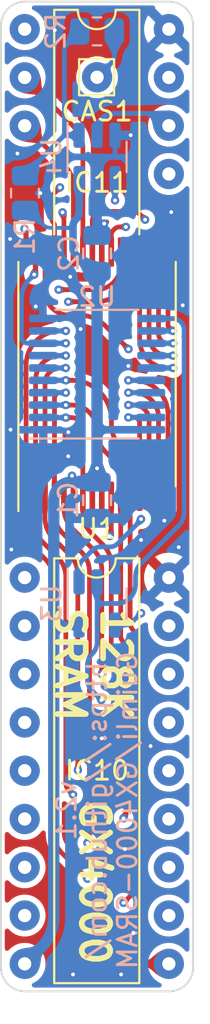
<source format=kicad_pcb>
(kicad_pcb (version 20221018) (generator pcbnew)
  (layers (0 "F.Cu" signal) (1 "In1.Cu" signal) (2 "In2.Cu" signal) (31 "B.Cu" signal) (34 "B.Paste" user) (35 "F.Paste" user) (36 "B.SilkS" user "B.Silkscreen") (37 "F.SilkS" user "F.Silkscreen") (38 "B.Mask" user) (39 "F.Mask" user) (44 "Edge.Cuts" user))
  (net 0 "")
  (net 1 "VCC")
  (net 2 "GND")
  (net 3 "/~{OE}")
  (net 4 "/D0")
  (net 5 "/D1")
  (net 6 "/~{RAS}")
  (net 7 "/MA5")
  (net 8 "/MA3")
  (net 9 "/MA2")
  (net 10 "/MA1")
  (net 11 "/MA0")
  (net 12 "/D2")
  (net 13 "/D3")
  (net 14 "/D4")
  (net 15 "/D5")
  (net 16 "/~{WE}")
  (net 17 "/MA6")
  (net 18 "/MA4")
  (net 19 "/MA7")
  (net 20 "/D6")
  (net 21 "/D7")
  (net 22 "/A7")
  (net 23 "/A6")
  (net 24 "/A5")
  (net 25 "/A4")
  (net 26 "/A3")
  (net 27 "/A2")
  (net 28 "/A1")
  (net 29 "/A0")
  (net 31 "/~{CAS0}")
  (net 32 "Net-(U1-Pad30)")
  (net 33 "Net-(U3-Pad1)")
  (net 34 "/~{CAS1}")
  (net 35 "Net-(CAS1-Pad1)")
  (footprint "Package_SO:TSOP-I-32_11.8x8mm_P0.5mm" (layer "F.Cu") (at 105.88928 52.99816 90)
    (fp_text reference "U1" (at -8.128 0 180) (layer "F.SilkS"))
    (fp_text value "IS61C1024AL-12HLI")
    (fp_line (start 0 -4.16) (end -7.2 -4.16) (stroke (width 0.12)) (layer "F.SilkS"))
    (fp_line (start 0 -4.16) (end 5.9 -4.16) (stroke (width 0.12)) (layer "F.SilkS"))
    (fp_line (start 0 4.16) (end -5.9 4.16) (stroke (width 0.12)) (layer "F.SilkS"))
    (fp_line (start 0 4.16) (end 5.9 4.16) (stroke (width 0.12)) (layer "F.SilkS"))
    (pad "1" smd roundrect (at -6.425 -3.75 90) (size 1.55 0.3) (layers "F.Cu" "F.Paste" "F.Mask") (net 8 "/MA3"))
    (pad "2" smd roundrect (at -6.425 -3.25 90) (size 1.55 0.3) (layers "F.Cu" "F.Paste" "F.Mask") (net 10 "/MA1"))
    (pad "3" smd roundrect (at -6.425 -2.75 90) (size 1.55 0.3) (layers "F.Cu" "F.Paste" "F.Mask") (net 11 "/MA0"))
    (pad "4" smd roundrect (at -6.425 -2.25 90) (size 1.55 0.3) (layers "F.Cu" "F.Paste" "F.Mask") (net 7 "/MA5"))
    (pad "5" smd roundrect (at -6.425 -1.75 90) (size 1.55 0.3) (layers "F.Cu" "F.Paste" "F.Mask") (net 16 "/~{WE}"))
    (pad "6" smd roundrect (at -6.425 -1.25 90) (size 1.55 0.3) (layers "F.Cu" "F.Paste" "F.Mask") (net 1 "VCC"))
    (pad "7" smd roundrect (at -6.425 -0.75 90) (size 1.55 0.3) (layers "F.Cu" "F.Paste" "F.Mask") (net 19 "/MA7"))
    (pad "8" smd roundrect (at -6.425 -0.25 90) (size 1.55 0.3) (layers "F.Cu" "F.Paste" "F.Mask") (net 1 "VCC"))
    (pad "9" smd roundrect (at -6.425 0.25 90) (size 1.55 0.3) (layers "F.Cu" "F.Paste" "F.Mask"))
    (pad "10" smd roundrect (at -6.425 0.75 90) (size 1.55 0.3) (layers "F.Cu" "F.Paste" "F.Mask") (net 31 "/~{CAS0}"))
    (pad "11" smd roundrect (at -6.425 1.25 90) (size 1.55 0.3) (layers "F.Cu" "F.Paste" "F.Mask") (net 17 "/MA6"))
    (pad "12" smd roundrect (at -6.425 1.75 90) (size 1.55 0.3) (layers "F.Cu" "F.Paste" "F.Mask") (net 18 "/MA4"))
    (pad "13" smd roundrect (at -6.425 2.25 90) (size 1.55 0.3) (layers "F.Cu" "F.Paste" "F.Mask") (net 22 "/A7"))
    (pad "14" smd roundrect (at -6.425 2.75 90) (size 1.55 0.3) (layers "F.Cu" "F.Paste" "F.Mask") (net 23 "/A6"))
    (pad "15" smd roundrect (at -6.425 3.25 90) (size 1.55 0.3) (layers "F.Cu" "F.Paste" "F.Mask") (net 24 "/A5"))
    (pad "16" smd roundrect (at -6.425 3.75 90) (size 1.55 0.3) (layers "F.Cu" "F.Paste" "F.Mask") (net 25 "/A4"))
    (pad "17" smd roundrect (at 6.425 3.75 90) (size 1.55 0.3) (layers "F.Cu" "F.Paste" "F.Mask") (net 26 "/A3"))
    (pad "18" smd roundrect (at 6.425 3.25 90) (size 1.55 0.3) (layers "F.Cu" "F.Paste" "F.Mask") (net 27 "/A2"))
    (pad "19" smd roundrect (at 6.425 2.75 90) (size 1.55 0.3) (layers "F.Cu" "F.Paste" "F.Mask") (net 28 "/A1"))
    (pad "20" smd roundrect (at 6.425 2.25 90) (size 1.55 0.3) (layers "F.Cu" "F.Paste" "F.Mask") (net 29 "/A0"))
    (pad "21" smd roundrect (at 6.425 1.75 90) (size 1.55 0.3) (layers "F.Cu" "F.Paste" "F.Mask") (net 4 "/D0"))
    (pad "22" smd roundrect (at 6.425 1.25 90) (size 1.55 0.3) (layers "F.Cu" "F.Paste" "F.Mask") (net 5 "/D1"))
    (pad "23" smd roundrect (at 6.425 0.75 90) (size 1.55 0.3) (layers "F.Cu" "F.Paste" "F.Mask") (net 12 "/D2"))
    (pad "24" smd roundrect (at 6.425 0.25 90) (size 1.55 0.3) (layers "F.Cu" "F.Paste" "F.Mask") (net 2 "GND"))
    (pad "25" smd roundrect (at 6.425 -0.25 90) (size 1.55 0.3) (layers "F.Cu" "F.Paste" "F.Mask") (net 13 "/D3"))
    (pad "26" smd roundrect (at 6.425 -0.75 90) (size 1.55 0.3) (layers "F.Cu" "F.Paste" "F.Mask") (net 14 "/D4"))
    (pad "27" smd roundrect (at 6.425 -1.25 90) (size 1.55 0.3) (layers "F.Cu" "F.Paste" "F.Mask") (net 15 "/D5"))
    (pad "28" smd roundrect (at 6.425 -1.75 90) (size 1.55 0.3) (layers "F.Cu" "F.Paste" "F.Mask") (net 20 "/D6"))
    (pad "29" smd roundrect (at 6.425 -2.25 90) (size 1.55 0.3) (layers "F.Cu" "F.Paste" "F.Mask") (net 21 "/D7"))
    (pad "30" smd roundrect (at 6.425 -2.75 90) (size 1.55 0.3) (layers "F.Cu" "F.Paste" "F.Mask") (net 32 "Net-(U1-Pad30)"))
    (pad "31" smd roundrect (at 6.425 -3.25 90) (size 1.55 0.3) (layers "F.Cu" "F.Paste" "F.Mask") (net 9 "/MA2"))
    (pad "32" smd roundrect (at 6.425 -3.75 90) (size 1.55 0.3) (layers "F.Cu" "F.Paste" "F.Mask") (net 3 "/~{OE}"))
  )
  (footprint "Package_DIP:DIP-18_W7.62mm_LongPads" (layer "F.Cu") (at 102.06428 63.70156)
    (fp_text reference "IC10" (at 3.825 10.15) (layer "F.SilkS"))
    (fp_text value "TMS4464")
    (fp_line (start 1.56 -1.016) (end 1.56 21.336) (stroke (width 0.12)) (layer "F.SilkS"))
    (fp_line (start 1.56 21.336) (end 6.06 21.336) (stroke (width 0.12)) (layer "F.SilkS"))
    (fp_line (start 2.81 -1.016) (end 1.56 -1.016) (stroke (width 0.12)) (layer "F.SilkS"))
    (fp_line (start 6.06 -1.016) (end 4.81 -1.016) (stroke (width 0.12)) (layer "F.SilkS"))
    (fp_line (start 6.06 21.336) (end 6.06 -1.016) (stroke (width 0.12)) (layer "F.SilkS"))
    (fp_arc (start 4.81 -1) (mid 3.81 0) (end 2.81 -1) (stroke (width 0.12)) (layer "F.SilkS"))
    (pad "1" thru_hole circle (at 0 0) (size 1.6 1.6) (drill 0.7) (layers *.Cu *.Mask) (net 3 "/~{OE}"))
    (pad "2" thru_hole circle (at 0 2.54) (size 1.6 1.6) (drill 0.7) (layers *.Cu *.Mask) (net 4 "/D0"))
    (pad "3" thru_hole circle (at 0 5.08) (size 1.6 1.6) (drill 0.7) (layers *.Cu *.Mask) (net 5 "/D1"))
    (pad "4" thru_hole circle (at 0 7.62) (size 1.6 1.6) (drill 0.7) (layers *.Cu *.Mask) (net 16 "/~{WE}"))
    (pad "5" thru_hole circle (at 0 10.16) (size 1.6 1.6) (drill 0.7) (layers *.Cu *.Mask) (net 6 "/~{RAS}"))
    (pad "6" thru_hole circle (at 0 12.7) (size 1.6 1.6) (drill 0.7) (layers *.Cu *.Mask) (net 17 "/MA6"))
    (pad "7" thru_hole circle (at 0 15.24) (size 1.6 1.6) (drill 0.7) (layers *.Cu *.Mask) (net 7 "/MA5"))
    (pad "8" thru_hole circle (at 0 17.78) (size 1.6 1.6) (drill 0.7) (layers *.Cu *.Mask) (net 18 "/MA4"))
    (pad "9" thru_hole circle (at 0 20.32) (size 1.6 1.6) (drill 0.7) (layers *.Cu *.Mask) (net 1 "VCC"))
    (pad "10" thru_hole circle (at 7.62 20.32) (size 1.6 1.6) (drill 0.7) (layers *.Cu *.Mask) (net 19 "/MA7"))
    (pad "11" thru_hole circle (at 7.62 17.78) (size 1.6 1.6) (drill 0.7) (layers *.Cu *.Mask) (net 8 "/MA3"))
    (pad "12" thru_hole circle (at 7.62 15.24) (size 1.6 1.6) (drill 0.7) (layers *.Cu *.Mask) (net 9 "/MA2"))
    (pad "13" thru_hole circle (at 7.62 12.7) (size 1.6 1.6) (drill 0.7) (layers *.Cu *.Mask) (net 10 "/MA1"))
    (pad "14" thru_hole circle (at 7.62 10.16) (size 1.6 1.6) (drill 0.7) (layers *.Cu *.Mask) (net 11 "/MA0"))
    (pad "15" thru_hole circle (at 7.62 7.62) (size 1.6 1.6) (drill 0.7) (layers *.Cu *.Mask) (net 12 "/D2"))
    (pad "16" thru_hole circle (at 7.62 5.08) (size 1.6 1.6) (drill 0.7) (layers *.Cu *.Mask) (net 31 "/~{CAS0}"))
    (pad "17" thru_hole circle (at 7.62 2.54) (size 1.6 1.6) (drill 0.7) (layers *.Cu *.Mask) (net 13 "/D3"))
    (pad "18" thru_hole circle (at 7.62 0) (size 1.6 1.6) (drill 0.7) (layers *.Cu *.Mask) (net 2 "GND"))
  )
  (footprint "Connector_Pin:Pin_D0.7mm_L6.5mm_W1.8mm_FlatFork" (layer "F.Cu") (at 105.88928 37.37716)
    (fp_text reference "CAS1" (at 0 1.8) (layer "F.SilkS"))
    (fp_text value "Conn_01x01")
    (fp_line (start -0.95 -0.95) (end -0.95 0.95) (stroke (width 0.12)) (layer "F.SilkS"))
    (fp_line (start -0.95 0.95) (end 0.9 0.95) (stroke (width 0.12)) (layer "F.SilkS"))
    (fp_line (start 0.9 -0.95) (end -0.95 -0.95) (stroke (width 0.12)) (layer "F.SilkS"))
    (fp_line (start 0.9 -0.9) (end 0.9 -0.95) (stroke (width 0.12)) (layer "F.SilkS"))
    (fp_line (start 0.9 0.95) (end 0.9 -0.9) (stroke (width 0.12)) (layer "F.SilkS"))
    (pad "1" thru_hole circle (at 0 0) (size 1.6 1.6) (drill 0.7) (layers *.Cu *.Mask) (net 35 "Net-(CAS1-Pad1)"))
  )
  (footprint "Package_DIP:DIP-18_W7.62mm_LongPads" (layer "F.Cu") (at 102.06428 34.84716)
    (fp_text reference "IC11" (at 3.825 8.0772) (layer "F.SilkS"))
    (fp_text value "TMS4464")
    (fp_line (start 1.56 -1.016) (end 1.56 10.795) (stroke (width 0.12)) (layer "F.SilkS"))
    (fp_line (start 2.81 -1.016) (end 1.56 -1.016) (stroke (width 0.12)) (layer "F.SilkS"))
    (fp_line (start 6.06 -1.016) (end 4.81 -1.016) (stroke (width 0.12)) (layer "F.SilkS"))
    (fp_line (start 6.06 10.795) (end 6.06 -1.016) (stroke (width 0.12)) (layer "F.SilkS"))
    (fp_arc (start 4.81 -1) (mid 3.81 0) (end 2.81 -1) (stroke (width 0.12)) (layer "F.SilkS"))
    (pad "1" thru_hole circle (at 0 0) (size 1.6 1.6) (drill 0.7) (layers *.Cu *.Mask) (net 3 "/~{OE}"))
    (pad "2" thru_hole circle (at 0 2.54) (size 1.6 1.6) (drill 0.7) (layers *.Cu *.Mask) (net 14 "/D4"))
    (pad "3" thru_hole circle (at 0 5.08) (size 1.6 1.6) (drill 0.7) (layers *.Cu *.Mask) (net 15 "/D5"))
    (pad "15" thru_hole circle (at 7.62 7.62) (size 1.6 1.6) (drill 0.7) (layers *.Cu *.Mask) (net 20 "/D6"))
    (pad "16" thru_hole circle (at 7.62 5.08) (size 1.6 1.6) (drill 0.7) (layers *.Cu *.Mask) (net 31 "/~{CAS0}"))
    (pad "17" thru_hole circle (at 7.62 2.54) (size 1.6 1.6) (drill 0.7) (layers *.Cu *.Mask) (net 21 "/D7"))
    (pad "18" thru_hole circle (at 7.62 0) (size 1.6 1.6) (drill 0.7) (layers *.Cu *.Mask) (net 2 "GND"))
  )
  (footprint "Package_TO_SOT_SMD:SOT-23-5" (layer "B.Cu") (at 105.88928 41.56816 -90)
    (fp_text reference "U4" (at 0 2.4 90) (layer "B.SilkS") (effects (justify mirror)))
    (fp_text value "74LVC1G08")
    (fp_line (start 0 -1.56) (end -0.8 -1.56) (stroke (width 0.12)) (layer "B.SilkS"))
    (fp_line (start 0 -1.56) (end 0.8 -1.56) (stroke (width 0.12)) (layer "B.SilkS"))
    (fp_line (start 0 1.56) (end -1.8 1.56) (stroke (width 0.12)) (layer "B.SilkS"))
    (fp_line (start 0 1.56) (end 0.8 1.56) (stroke (width 0.12)) (layer "B.SilkS"))
    (pad "1" smd roundrect (at -1.1375 0.95 270) (size 1.325 0.6) (layers "B.Cu" "B.Paste" "B.Mask") (net 34 "/~{CAS1}"))
    (pad "2" smd roundrect (at -1.1375 0 270) (size 1.325 0.6) (layers "B.Cu" "B.Paste" "B.Mask") (net 31 "/~{CAS0}"))
    (pad "3" smd roundrect (at -1.1375 -0.95 270) (size 1.325 0.6) (layers "B.Cu" "B.Paste" "B.Mask") (net 2 "GND"))
    (pad "4" smd roundrect (at 1.1375 -0.95 270) (size 1.325 0.6) (layers "B.Cu" "B.Paste" "B.Mask") (net 33 "Net-(U3-Pad1)"))
    (pad "5" smd roundrect (at 1.1375 0.95 270) (size 1.325 0.6) (layers "B.Cu" "B.Paste" "B.Mask") (net 1 "VCC"))
  )
  (footprint "Capacitor_SMD:C_0805_2012Metric" (layer "B.Cu") (at 105.88928 59.62756 -90)
    (fp_text reference "C1" (at 0 1.524 90) (layer "B.SilkS") (effects (justify mirror)))
    (fp_text value "100nF")
    (fp_line (start -0.261252 -0.735) (end 0.261252 -0.735) (stroke (width 0.12)) (layer "B.SilkS"))
    (fp_line (start -0.261252 0.735) (end 0.261252 0.735) (stroke (width 0.12)) (layer "B.SilkS"))
    (pad "1" smd roundrect (at -0.95 0 270) (size 1 1.45) (layers "B.Cu" "B.Paste" "B.Mask") (net 1 "VCC"))
    (pad "2" smd roundrect (at 0.95 0 270) (size 1 1.45) (layers "B.Cu" "B.Paste" "B.Mask") (net 2 "GND"))
  )
  (footprint "Resistor_SMD:R_0805_2012Metric" (layer "B.Cu") (at 105.88928 34.96416 180)
    (fp_text reference "R2" (at 2.1844 0 90) (layer "B.SilkS") (effects (justify mirror)))
    (fp_text value "33")
    (fp_line (start -0.227064 -0.735) (end 0.227064 -0.735) (stroke (width 0.12)) (layer "B.SilkS"))
    (fp_line (start -0.227064 0.735) (end 0.227064 0.735) (stroke (width 0.12)) (layer "B.SilkS"))
    (pad "1" smd roundrect (at -0.9125 0 180) (size 1.025 1.4) (layers "B.Cu" "B.Paste" "B.Mask") (roundrect_rratio 0.243902439) (net 35 "Net-(CAS1-Pad1)"))
    (pad "2" smd roundrect (at 0.9125 0 180) (size 1.025 1.4) (layers "B.Cu" "B.Paste" "B.Mask") (roundrect_rratio 0.243902439) (net 34 "/~{CAS1}"))
  )
  (footprint "Package_SO:TSSOP-20_4.4x6.5mm_P0.65mm" (layer "B.Cu") (at 105.88928 52.99816)
    (fp_text reference "U2" (at 0 -4.064) (layer "B.SilkS") (effects (justify mirror)))
    (fp_text value "74HCT573")
    (fp_line (start 0 -3.385) (end -2.2 -3.385) (stroke (width 0.12)) (layer "B.SilkS"))
    (fp_line (start 0 -3.385) (end 2.2 -3.385) (stroke (width 0.12)) (layer "B.SilkS"))
    (fp_line (start 0 3.385) (end -3.6 3.385) (stroke (width 0.12)) (layer "B.SilkS"))
    (fp_line (start 0 3.385) (end 2.2 3.385) (stroke (width 0.12)) (layer "B.SilkS"))
    (pad "1" smd roundrect (at -2.8625 2.925) (size 1.475 0.4) (layers "B.Cu" "B.Paste" "B.Mask") (net 2 "GND"))
    (pad "2" smd roundrect (at -2.8625 2.275) (size 1.475 0.4) (layers "B.Cu" "B.Paste" "B.Mask") (net 19 "/MA7"))
    (pad "3" smd roundrect (at -2.8625 1.625) (size 1.475 0.4) (layers "B.Cu" "B.Paste" "B.Mask") (net 17 "/MA6"))
    (pad "4" smd roundrect (at -2.8625 0.975) (size 1.475 0.4) (layers "B.Cu" "B.Paste" "B.Mask") (net 7 "/MA5"))
    (pad "5" smd roundrect (at -2.8625 0.325) (size 1.475 0.4) (layers "B.Cu" "B.Paste" "B.Mask") (net 18 "/MA4"))
    (pad "6" smd roundrect (at -2.8625 -0.325) (size 1.475 0.4) (layers "B.Cu" "B.Paste" "B.Mask") (net 11 "/MA0"))
    (pad "7" smd roundrect (at -2.8625 -0.975) (size 1.475 0.4) (layers "B.Cu" "B.Paste" "B.Mask") (net 10 "/MA1"))
    (pad "8" smd roundrect (at -2.8625 -1.625) (size 1.475 0.4) (layers "B.Cu" "B.Paste" "B.Mask") (net 9 "/MA2"))
    (pad "9" smd roundrect (at -2.8625 -2.275) (size 1.475 0.4) (layers "B.Cu" "B.Paste" "B.Mask") (net 8 "/MA3"))
    (pad "10" smd roundrect (at -2.8625 -2.925) (size 1.475 0.4) (layers "B.Cu" "B.Paste" "B.Mask") (net 2 "GND"))
    (pad "11" smd roundrect (at 2.8625 -2.925) (size 1.475 0.4) (layers "B.Cu" "B.Paste" "B.Mask") (net 6 "/~{RAS}"))
    (pad "12" smd roundrect (at 2.8625 -2.275) (size 1.475 0.4) (layers "B.Cu" "B.Paste" "B.Mask") (net 26 "/A3"))
    (pad "13" smd roundrect (at 2.8625 -1.625) (size 1.475 0.4) (layers "B.Cu" "B.Paste" "B.Mask") (net 27 "/A2"))
    (pad "14" smd roundrect (at 2.8625 -0.975) (size 1.475 0.4) (layers "B.Cu" "B.Paste" "B.Mask") (net 28 "/A1"))
    (pad "15" smd roundrect (at 2.8625 -0.325) (size 1.475 0.4) (layers "B.Cu" "B.Paste" "B.Mask") (net 29 "/A0"))
    (pad "16" smd roundrect (at 2.8625 0.325) (size 1.475 0.4) (layers "B.Cu" "B.Paste" "B.Mask") (net 25 "/A4"))
    (pad "17" smd roundrect (at 2.8625 0.975) (size 1.475 0.4) (layers "B.Cu" "B.Paste" "B.Mask") (net 24 "/A5"))
    (pad "18" smd roundrect (at 2.8625 1.625) (size 1.475 0.4) (layers "B.Cu" "B.Paste" "B.Mask") (net 23 "/A6"))
    (pad "19" smd roundrect (at 2.8625 2.275) (size 1.475 0.4) (layers "B.Cu" "B.Paste" "B.Mask") (net 22 "/A7"))
    (pad "20" smd roundrect (at 2.8625 2.925) (size 1.475 0.4) (layers "B.Cu" "B.Paste" "B.Mask") (net 1 "VCC"))
  )
  (footprint "Package_TO_SOT_SMD:SOT-23-5" (layer "B.Cu") (at 105.88928 65.06316 -90)
    (fp_text reference "U3" (at 0 2.4 90) (layer "B.SilkS") (effects (justify mirror)))
    (fp_text value "74LVC1G32")
    (fp_line (start 0 -1.56) (end -0.8 -1.56) (stroke (width 0.12)) (layer "B.SilkS"))
    (fp_line (start 0 -1.56) (end 0.8 -1.56) (stroke (width 0.12)) (layer "B.SilkS"))
    (fp_line (start 0 1.56) (end -1.8 1.56) (stroke (width 0.12)) (layer "B.SilkS"))
    (fp_line (start 0 1.56) (end 0.8 1.56) (stroke (width 0.12)) (layer "B.SilkS"))
    (pad "1" smd roundrect (at -1.1375 0.95 270) (size 1.325 0.6) (layers "B.Cu" "B.Paste" "B.Mask") (net 33 "Net-(U3-Pad1)"))
    (pad "2" smd roundrect (at -1.1375 0 270) (size 1.325 0.6) (layers "B.Cu" "B.Paste" "B.Mask") (net 6 "/~{RAS}"))
    (pad "3" smd roundrect (at -1.1375 -0.95 270) (size 1.325 0.6) (layers "B.Cu" "B.Paste" "B.Mask") (net 2 "GND"))
    (pad "4" smd roundrect (at 1.1375 -0.95 270) (size 1.325 0.6) (layers "B.Cu" "B.Paste" "B.Mask") (net 32 "Net-(U1-Pad30)"))
    (pad "5" smd roundrect (at 1.1375 0.95 270) (size 1.325 0.6) (layers "B.Cu" "B.Paste" "B.Mask") (net 1 "VCC"))
  )
  (footprint "Resistor_SMD:R_0805_2012Metric" (layer "B.Cu") (at 102.07928 43.47316 -90)
    (fp_text reference "R1" (at 2.286 0 90) (layer "B.SilkS") (effects (justify mirror)))
    (fp_text value "47k")
    (fp_line (start -0.227064 -0.735) (end 0.227064 -0.735) (stroke (width 0.12)) (layer "B.SilkS"))
    (fp_line (start -0.227064 0.735) (end 0.227064 0.735) (stroke (width 0.12)) (layer "B.SilkS"))
    (pad "1" smd roundrect (at -0.9125 0 270) (size 1.025 1.4) (layers "B.Cu" "B.Paste" "B.Mask") (roundrect_rratio 0.243902439) (net 34 "/~{CAS1}"))
    (pad "2" smd roundrect (at 0.9125 0 270) (size 1.025 1.4) (layers "B.Cu" "B.Paste" "B.Mask") (roundrect_rratio 0.243902439) (net 1 "VCC"))
  )
  (footprint "Capacitor_SMD:C_0805_2012Metric" (layer "B.Cu") (at 105.88928 46.64816 90)
    (fp_text reference "C2" (at 0.0038 -1.49 90) (layer "B.SilkS") (effects (justify mirror)))
    (fp_text value "100nF")
    (fp_line (start -0.261252 -0.735) (end 0.261252 -0.735) (stroke (width 0.12)) (layer "B.SilkS"))
    (fp_line (start -0.261252 0.735) (end 0.261252 0.735) (stroke (width 0.12)) (layer "B.SilkS"))
    (pad "1" smd roundrect (at -0.95 0 90) (size 1 1.45) (layers "B.Cu" "B.Paste" "B.Mask") (net 1 "VCC"))
    (pad "2" smd roundrect (at 0.95 0 90) (size 1 1.45) (layers "B.Cu" "B.Paste" "B.Mask") (net 2 "GND"))
  )
  (gr_line (start 100.80928 84.19936) (end 100.80928 34.66936) (stroke (width 0.1)) (layer "Edge.Cuts"))
  (gr_arc (start 102.07928 85.46936) (mid 101.181254 85.097386) (end 100.80928 84.19936) (stroke (width 0.1)) (layer "Edge.Cuts"))
  (gr_line (start 102.07928 33.39936) (end 109.69928 33.39936) (stroke (width 0.1)) (layer "Edge.Cuts"))
  (gr_arc (start 109.69928 33.39936) (mid 110.597306 33.771334) (end 110.96928 34.66936) (stroke (width 0.1)) (layer "Edge.Cuts"))
  (gr_line (start 110.96928 34.66936) (end 110.96928 84.19936) (stroke (width 0.1)) (layer "Edge.Cuts"))
  (gr_arc (start 100.80928 34.66936) (mid 101.181254 33.771334) (end 102.07928 33.39936) (stroke (width 0.1)) (layer "Edge.Cuts"))
  (gr_arc (start 110.96928 84.19936) (mid 110.597306 85.097386) (end 109.69928 85.46936) (stroke (width 0.1)) (layer "Edge.Cuts"))
  (gr_line (start 109.69928 85.46936) (end 102.07928 85.46936) (stroke (width 0.1)) (layer "Edge.Cuts"))
  (gr_text "v2.1\nhttps://github.com/\nGuimli/GX4000-SRAM" (at 105.88928 75.94436 90) (layer "B.SilkS") (effects (font (size 1 1)) (justify mirror)))
  (gr_text "128K\nSRAM" (at 105.68 68.2698 270) (layer "F.SilkS") (effects (font (size 1.5 1.5) (thickness 0.3))))
  (gr_text "GX4000" (at 105.76 79.7198 270) (layer "F.SilkS") (effects (font (size 1.5 1.5) (thickness 0.3))))
  (segment (start 104.56478 58.34216) (end 104.63928 58.41666) (width 0.25) (layer "F.Cu") (net 1))
  (segment (start 105.63928 58.20156) (end 105.63928 59.42316) (width 0.25) (layer "F.Cu") (net 1))
  (segment (start 104.63928 58.41666) (end 104.63928 59.42316) (width 0.25) (layer "F.Cu") (net 1))
  (segment (start 105.88928 57.95156) (end 105.63928 58.20156) (width 0.25) (layer "F.Cu") (net 1))
  (via (at 104.56478 58.34216) (size 0.45) (drill 0.2) (layers "F.Cu" "B.Cu") (net 1))
  (via (at 105.88928 57.95156) (size 0.45) (drill 0.2) (layers "F.Cu" "B.Cu") (net 1))
  (segment (start 106.38928 55.92316) (end 106.38928 55.92316) (width 0.4) (layer "B.Cu") (net 1))
  (segment (start 102.07928 44.38566) (end 102.28058 44.38566) (width 0.2) (layer "B.Cu") (net 1))
  (segment (start 103.476765 45.30196) (end 104.61928 45.30196) (width 0.2) (layer "B.Cu") (net 1))
  (segment (start 104.30328 66.20066) (end 104.30328 66.20066) (width 0.4) (layer "B.Cu") (net 1))
  (segment (start 103.601359 59.625551) (end 103.60328 59.62363) (width 0.6) (layer "B.Cu") (net 1))
  (segment (start 104.765727 46.710707) (end 105.65318 47.59816) (width 0.4) (layer "B.Cu") (net 1))
  (segment (start 104.93928 66.20066) (end 104.30328 66.20066) (width 0.4) (layer "B.Cu") (net 1))
  (segment (start 104.792833 44.830807) (end 104.765726 44.857914) (width 0.4) (layer "B.Cu") (net 1))
  (segment (start 105.65318 47.59816) (end 105.88928 47.59816) (width 0.4) (layer "B.Cu") (net 1))
  (segment (start 105.88928 47.59816) (end 105.88928 57.95156) (width 0.6) (layer "B.Cu") (net 1))
  (segment (start 104.54935 58.67756) (end 105.88928 58.67756) (width 0.6) (layer "B.Cu") (net 1))
  (segment (start 102.28058 44.38566) (end 102.998971 45.104051) (width 0.2) (layer "B.Cu") (net 1))
  (segment (start 104.93928 42.70566) (end 104.93928 44.477253) (width 0.4) (layer "B.Cu") (net 1))
  (segment (start 103.60328 81.571455) (end 103.601359 81.569534) (width 0.6) (layer "B.Cu") (net 1))
  (segment (start 103.601359 81.569534) (end 103.601359 59.625551) (width 0.6) (layer "B.Cu") (net 1))
  (segment (start 108.75178 55.92316) (end 106.38928 55.92316) (width 0.4) (layer "B.Cu") (net 1))
  (segment (start 104.61928 45.30196) (end 104.61928 46.357153) (width 0.4) (layer "B.Cu") (net 1))
  (segment (start 105.88928 58.67756) (end 105.88928 57.95156) (width 0.6) (layer "B.Cu") (net 1))
  (segment (start 104.61928 45.211467) (end 104.61928 45.30196) (width 0.4) (layer "B.Cu") (net 1))
  (segment (start 102.06428 84.02156) (end 102.959031 83.126809) (width 0.6) (layer "B.Cu") (net 1))
  (arc (start 105.98928 56.32316) (mid 106.106437 56.040317) (end 106.38928 55.92316) (width 0.4) (layer "B.Cu") (net 1))
  (arc (start 104.30328 66.20066) (mid 103.879016 66.024924) (end 103.70328 65.60066) (width 0.4) (layer "B.Cu") (net 1))
  (arc (start 104.765727 46.710707) (mid 104.65734 46.548495) (end 104.61928 46.357153) (width 0.4) (layer "B.Cu") (net 1))
  (arc (start 104.765726 44.857914) (mid 104.65734 45.020126) (end 104.61928 45.211467) (width 0.4) (layer "B.Cu") (net 1))
  (arc (start 104.30328 66.20066) (mid 103.879016 66.376396) (end 103.70328 66.80066) (width 0.4) (layer "B.Cu") (net 1))
  (arc (start 102.959031 83.126809) (mid 103.435845 82.413207) (end 103.60328 81.571455) (width 0.6) (layer "B.Cu") (net 1))
  (arc (start 106.38928 55.92316) (mid 106.106437 55.806003) (end 105.98928 55.52316) (width 0.4) (layer "B.Cu") (net 1))
  (arc (start 103.476765 45.30196) (mid 103.218185 45.250525) (end 102.998971 45.104051) (width 0.2) (layer "B.Cu") (net 1))
  (arc (start 104.93928 44.477253) (mid 104.90122 44.668595) (end 104.792833 44.830807) (width 0.4) (layer "B.Cu") (net 1))
  (arc (start 103.60328 59.62363) (mid 103.880377 58.954657) (end 104.54935 58.67756) (width 0.6) (layer "B.Cu") (net 1))
  (segment (start 106.13928 47.37436) (end 106.13928 46.57316) (width 0.25) (layer "F.Cu") (net 2))
  (segment (start 106.13928 46.57316) (end 106.13928 45.20366) (width 0.25) (layer "F.Cu") (net 2))
  (segment (start 104.46928 47.87436) (end 105.63928 47.87436) (width 0.25) (layer "F.Cu") (net 2))
  (segment (start 106.13928 45.20366) (end 106.26478 45.07816) (width 0.25) (layer "F.Cu") (net 2))
  (via (at 107.35928 77.98416) (size 0.45) (drill 0.2) (layers "F.Cu" "B.Cu") (net 2))
  (via (at 108.71928 72.56416) (size 0.45) (drill 0.2) (layers "F.Cu" "B.Cu") (net 2))
  (via (at 107.15928 84.58036) (size 0.45) (drill 0.2) (layers "F.Cu" "B.Cu") (net 2))
  (via (at 106.26478 45.07816) (size 0.45) (drill 0.2) (layers "F.Cu" "B.Cu") (net 2))
  (via (at 101.35928 62.22416) (size 0.45) (drill 0.2) (layers "F.Cu" "B.Cu") (net 2))
  (via (at 102.89208 43.47316) (size 0.45) (drill 0.2) (layers "F.Cu" "B.Cu") (net 2))
  (via (at 101.29188 45.88616) (size 0.45) (drill 0.2) (layers "F.Cu" "B.Cu") (net 2))
  (via (at 107.66728 40.42516) (size 0.45) (drill 0.2) (layers "F.Cu" "B.Cu") (net 2))
  (via (at 110.20728 62.10136) (size 0.45) (drill 0.2) (layers "F.Cu" "B.Cu") (net 2))
  (via (at 110.41928 49.37416) (size 0.45) (drill 0.2) (layers "F.Cu" "B.Cu") (net 2))
  (via (at 104.36528 57.31616) (size 0.45) (drill 0.2) (layers "F.Cu" "B.Cu") (net 2))
  (via (at 104.61928 84.58036) (size 0.45) (drill 0.2) (layers "F.Cu" "B.Cu") (net 2))
  (via (at 103.65408 34.89796) (size 0.45) (drill 0.2) (layers "F.Cu" "B.Cu") (net 2))
  (via (at 109.44528 60.70436) (size 0.45) (drill 0.2) (layers "F.Cu" "B.Cu") (net 2))
  (via (at 104.46928 47.87436) (size 0.45) (drill 0.2) (layers "F.Cu" "B.Cu") (net 2))
  (via (at 108.21428 61.72036) (size 0.45) (drill 0.2) (layers "F.Cu" "B.Cu") (net 2))
  (via (at 107.54028 52.56636) (size 0.45) (drill 0.2) (layers "F.Cu" "B.Cu") (net 2))
  (via (at 102.64928 49.43436) (size 0.45) (drill 0.2) (layers "F.Cu" "B.Cu") (net 2))
  (via (at 101.67928 41.39036) (size 0.45) (drill 0.2) (layers "F.Cu" "B.Cu") (net 2))
  (via (at 104.37 56.0498) (size 0.45) (drill 0.2) (layers "F.Cu" "B.Cu") (net 2))
  (via (at 109.80928 44.47416) (size 0.45) (drill 0.2) (layers "F.Cu" "B.Cu") (net 2))
  (via (at 106.13378 72.15976) (size 0.45) (drill 0.2) (layers "F.Cu" "B.Cu") (net 2))
  (via (at 101.31728 55.91916) (size 0.45) (drill 0.2) (layers "F.Cu" "B.Cu") (net 2))
  (via (at 105.01928 50.62436) (size 0.45) (drill 0.2) (layers "F.Cu" "B.Cu") (net 2))
  (via (at 107.80928 82.38416) (size 0.45) (drill 0.2) (layers "F.Cu" "B.Cu") (net 2))
  (arc (start 106.13928 47.37436) (mid 105.992833 47.727913) (end 105.63928 47.87436) (width 0.25) (layer "F.Cu") (net 2))
  (segment (start 106.83928 41.56816) (end 106.10248 41.56816) (width 0.32) (layer "B.Cu") (net 2))
  (segment (start 108.21428 61.72036) (end 106.83928 63.09536) (width 0.4) (layer "B.Cu") (net 2))
  (segment (start 106.83928 41.56816) (end 107.58108 41.56816) (width 0.32) (layer "B.Cu") (net 2))
  (segment (start 106.83928 63.09536) (end 106.83928 63.92566) (width 0.4) (layer "B.Cu") (net 2))
  (segment (start 106.26478 45.32266) (end 105.88928 45.69816) (width 0.4) (layer "B.Cu") (net 2))
  (segment (start 106.83928 40.43066) (end 106.83928 41.56816) (width 0.25) (layer "B.Cu") (net 2))
  (segment (start 106.26478 45.07816) (end 106.26478 45.32266) (width 0.4) (layer "B.Cu") (net 2))
  (segment (start 102.13928 45.42) (end 102.13928 46.57316) (width 0.25) (layer "F.Cu") (net 3))
  (segment (start 102.06928 45.35) (end 102.13928 45.42) (width 0.25) (layer "F.Cu") (net 3))
  (via (at 102.05388 45.35276) (size 0.45) (drill 0.2) (layers "F.Cu" "B.Cu") (net 3))
  (segment (start 107.63928 47.38816) (end 107.63928 46.57316) (width 0.25) (layer "F.Cu") (net 4))
  (segment (start 104.36528 49.18816) (end 105.83928 49.18816) (width 0.25) (layer "F.Cu") (net 4))
  (via (at 104.36528 49.18816) (size 0.45) (drill 0.2) (layers "F.Cu" "B.Cu") (net 4))
  (arc (start 107.63928 47.38816) (mid 107.112072 48.660952) (end 105.83928 49.18816) (width 0.25) (layer "F.Cu") (net 4))
  (segment (start 107.13928 47.25316) (end 107.13928 46.57316) (width 0.25) (layer "F.Cu") (net 5))
  (segment (start 103.85728 48.55316) (end 105.83928 48.55316) (width 0.25) (layer "F.Cu") (net 5))
  (via (at 103.85728 48.55316) (size 0.45) (drill 0.2) (layers "F.Cu" "B.Cu") (net 5))
  (arc (start 107.13928 47.25316) (mid 106.758519 48.172399) (end 105.83928 48.55316) (width 0.25) (layer "F.Cu") (net 5))
  (via (at 106.11788 70.14316) (size 0.45) (drill 0.2) (layers "F.Cu" "B.Cu") (net 6))
  (segment (start 110.489421 60.262005) (end 110.489421 50.669851) (width 0.25) (layer "B.Cu") (net 6))
  (segment (start 105.38128 69.054478) (end 105.38128 68.315842) (width 0.25) (layer "B.Cu") (net 6))
  (segment (start 106.28928 65.06316) (end 106.28928 65.06316) (width 0.25) (layer "B.Cu") (net 6))
  (segment (start 109.89273 50.07316) (end 108.75178 50.07316) (width 0.25) (layer "B.Cu") (net 6))
  (segment (start 105.630239 67.714801) (end 105.640321 67.704719) (width 0.25) (layer "B.Cu") (net 6))
  (segment (start 105.88928 64.66316) (end 105.88928 65.46316) (width 0.25) (layer "B.Cu") (net 6))
  (segment (start 106.28928 65.06316) (end 106.92128 65.06316) (width 0.25) (layer "B.Cu") (net 6))
  (segment (start 108.214173 62.951467) (end 110.196528 60.969112) (width 0.25) (layer "B.Cu") (net 6))
  (segment (start 105.88928 63.92566) (end 105.88928 64.66316) (width 0.25) (layer "B.Cu") (net 6))
  (segment (start 106.11788 70.14316) (end 105.630239 69.655519) (width 0.25) (layer "B.Cu") (net 6))
  (segment (start 105.88928 67.103678) (end 105.88928 65.46316) (width 0.25) (layer "B.Cu") (net 6))
  (segment (start 107.92128 64.06316) (end 107.92128 63.658574) (width 0.25) (layer "B.Cu") (net 6))
  (arc (start 105.640321 67.704719) (mid 105.824578 67.428959) (end 105.88928 67.103678) (width 0.25) (layer "B.Cu") (net 6))
  (arc (start 105.38128 69.054478) (mid 105.445982 69.379759) (end 105.630239 69.655519) (width 0.25) (layer "B.Cu") (net 6))
  (arc (start 110.489421 50.669851) (mid 110.314654 50.247927) (end 109.89273 50.07316) (width 0.25) (layer "B.Cu") (net 6))
  (arc (start 108.214173 62.951467) (mid 107.9974 63.27589) (end 107.92128 63.658574) (width 0.25) (layer "B.Cu") (net 6))
  (arc (start 105.88928 65.46316) (mid 106.006437 65.180317) (end 106.28928 65.06316) (width 0.25) (layer "B.Cu") (net 6))
  (arc (start 106.92128 65.06316) (mid 107.628387 64.770267) (end 107.92128 64.06316) (width 0.25) (layer "B.Cu") (net 6))
  (arc (start 105.88928 64.66316) (mid 106.006437 64.946003) (end 106.28928 65.06316) (width 0.25) (layer "B.Cu") (net 6))
  (arc (start 105.38128 68.315842) (mid 105.445982 67.990561) (end 105.630239 67.714801) (width 0.25) (layer "B.Cu") (net 6))
  (arc (start 110.489421 60.262005) (mid 110.413301 60.644688) (end 110.196528 60.969112) (width 0.25) (layer "B.Cu") (net 6))
  (segment (start 105.38128 77.66156) (end 105.48928 77.55356) (width 0.25) (layer "F.Cu") (net 7))
  (segment (start 103.63928 60.31224) (end 103.63928 59.42316) (width 0.25) (layer "F.Cu") (net 7))
  (segment (start 105.48928 77.55356) (end 105.48928 63.40488) (width 0.25) (layer "F.Cu") (net 7))
  (segment (start 105.04994 62.34422) (end 104.07862 61.3729) (width 0.25) (layer "F.Cu") (net 7))
  (segment (start 103.63928 59.42316) (end 103.63928 54.27316) (width 0.25) (layer "F.Cu") (net 7))
  (segment (start 103.93928 53.97316) (end 104.23828 53.97316) (width 0.25) (layer "F.Cu") (net 7))
  (via (at 105.38128 77.66156) (size 0.45) (drill 0.2) (layers "F.Cu" "B.Cu") (net 7))
  (via (at 104.23828 53.97316) (size 0.45) (drill 0.2) (layers "F.Cu" "B.Cu") (net 7))
  (arc (start 103.63928 54.27316) (mid 103.727148 54.061028) (end 103.93928 53.97316) (width 0.25) (layer "F.Cu") (net 7))
  (arc (start 103.63928 60.31224) (mid 103.753461 60.886265) (end 104.07862 61.3729) (width 0.25) (layer "F.Cu") (net 7))
  (arc (start 105.48928 63.40488) (mid 105.375099 62.830855) (end 105.04994 62.34422) (width 0.25) (layer "F.Cu") (net 7))
  (segment (start 104.23828 53.97316) (end 103.02678 53.97316) (width 0.25) (layer "B.Cu") (net 7))
  (segment (start 103.16394 62.74422) (end 102.57862 62.1589) (width 0.25) (layer "F.Cu") (net 8))
  (segment (start 102.13928 61.09824) (end 102.13928 59.42316) (width 0.25) (layer "F.Cu") (net 8))
  (segment (start 103.60328 77.14184) (end 103.60328 63.80488) (width 0.25) (layer "F.Cu") (net 8))
  (segment (start 103.93928 50.72316) (end 104.23828 50.72316) (width 0.25) (layer "F.Cu") (net 8))
  (segment (start 105.38128 79.54116) (end 104.04262 78.2025) (width 0.25) (layer "F.Cu") (net 8))
  (segment (start 102.13928 59.42316) (end 102.13928 52.52316) (width 0.25) (layer "F.Cu") (net 8))
  (via (at 105.38128 79.54116) (size 0.45) (drill 0.2) (layers "F.Cu" "B.Cu") (net 8))
  (via (at 104.23828 50.72316) (size 0.45) (drill 0.2) (layers "F.Cu" "B.Cu") (net 8))
  (arc (start 103.16394 62.74422) (mid 103.489099 63.230855) (end 103.60328 63.80488) (width 0.25) (layer "F.Cu") (net 8))
  (arc (start 102.57862 62.1589) (mid 102.253461 61.672265) (end 102.13928 61.09824) (width 0.25) (layer "F.Cu") (net 8))
  (arc (start 103.60328 77.14184) (mid 103.717461 77.715865) (end 104.04262 78.2025) (width 0.25) (layer "F.Cu") (net 8))
  (arc (start 103.93928 50.72316) (mid 102.666488 51.250368) (end 102.13928 52.52316) (width 0.25) (layer "F.Cu") (net 8))
  (segment (start 103.02678 50.72316) (end 104.23828 50.72316) (width 0.25) (layer "B.Cu") (net 8))
  (segment (start 102.564359 47.758432) (end 102.63928 47.683511) (width 0.25) (layer "F.Cu") (net 9))
  (segment (start 102.63928 47.683511) (end 102.63928 46.57316) (width 0.25) (layer "F.Cu") (net 9))
  (via (at 104.23828 51.37316) (size 0.45) (drill 0.2) (layers "F.Cu" "B.Cu") (net 9))
  (via (at 102.564359 47.758432) (size 0.45) (drill 0.2) (layers "F.Cu" "B.Cu") (net 9))
  (segment (start 101.88928 49.054831) (end 101.88928 51.022426) (width 0.25) (layer "B.Cu") (net 9))
  (segment (start 103.02678 51.37316) (end 104.23828 51.37316) (width 0.25) (layer "B.Cu") (net 9))
  (segment (start 102.564359 47.758432) (end 102.32862 47.994171) (width 0.25) (layer "B.Cu") (net 9))
  (segment (start 102.240014 51.37316) (end 103.02678 51.37316) (width 0.25) (layer "B.Cu") (net 9))
  (arc (start 101.88928 49.054831) (mid 102.003461 48.480806) (end 102.32862 47.994171) (width 0.25) (layer "B.Cu") (net 9))
  (arc (start 101.88928 51.022426) (mid 101.992008 51.270432) (end 102.240014 51.37316) (width 0.25) (layer "B.Cu") (net 9))
  (segment (start 103.93928 52.02316) (end 104.23828 52.02316) (width 0.25) (layer "F.Cu") (net 10))
  (segment (start 103.79894 62.61722) (end 103.07862 61.8969) (width 0.25) (layer "F.Cu") (net 10))
  (segment (start 104.23828 74.500115) (end 104.23828 63.67788) (width 0.25) (layer "F.Cu") (net 10))
  (segment (start 102.63928 60.83624) (end 102.63928 59.42316) (width 0.25) (layer "F.Cu") (net 10))
  (segment (start 102.63928 59.42316) (end 102.63928 53.32316) (width 0.25) (layer "F.Cu") (net 10))
  (segment (start 104.61928 75.12156) (end 104.4083 74.91058) (width 0.25) (layer "F.Cu") (net 10))
  (via (at 104.61928 75.12156) (size 0.45) (drill 0.2) (layers "F.Cu" "B.Cu") (net 10))
  (via (at 104.23828 52.02316) (size 0.45) (drill 0.2) (layers "F.Cu" "B.Cu") (net 10))
  (arc (start 103.93928 52.02316) (mid 103.020041 52.403921) (end 102.63928 53.32316) (width 0.25) (layer "F.Cu") (net 10))
  (arc (start 104.23828 74.500115) (mid 104.282467 74.722257) (end 104.4083 74.91058) (width 0.25) (layer "F.Cu") (net 10))
  (arc (start 103.07862 61.8969) (mid 102.753461 61.410265) (end 102.63928 60.83624) (width 0.25) (layer "F.Cu") (net 10))
  (arc (start 103.79894 62.61722) (mid 104.124099 63.103855) (end 104.23828 63.67788) (width 0.25) (layer "F.Cu") (net 10))
  (segment (start 104.23828 52.02316) (end 103.02678 52.02316) (width 0.25) (layer "B.Cu") (net 10))
  (segment (start 103.13928 60.57424) (end 103.13928 59.42316) (width 0.25) (layer "F.Cu") (net 11))
  (segment (start 103.93928 52.67316) (end 104.23828 52.67316) (width 0.25) (layer "F.Cu") (net 11))
  (segment (start 104.87328 73.82616) (end 104.87328 63.55088) (width 0.25) (layer "F.Cu") (net 11))
  (segment (start 103.13928 59.42316) (end 103.13928 53.47316) (width 0.25) (layer "F.Cu") (net 11))
  (segment (start 104.43394 62.49022) (end 103.57862 61.6349) (width 0.25) (layer "F.Cu") (net 11))
  (via (at 104.87328 73.82616) (size 0.45) (drill 0.2) (layers "F.Cu" "B.Cu") (net 11))
  (via (at 104.23828 52.67316) (size 0.45) (drill 0.2) (layers "F.Cu" "B.Cu") (net 11))
  (arc (start 103.93928 52.67316) (mid 103.373595 52.907475) (end 103.13928 53.47316) (width 0.25) (layer "F.Cu") (net 11))
  (arc (start 103.13928 60.57424) (mid 103.253461 61.148265) (end 103.57862 61.6349) (width 0.25) (layer "F.Cu") (net 11))
  (arc (start 104.87328 63.55088) (mid 104.759099 62.976855) (end 104.43394 62.49022) (width 0.25) (layer "F.Cu") (net 11))
  (segment (start 103.02678 52.67316) (end 104.23828 52.67316) (width 0.25) (layer "B.Cu") (net 11))
  (segment (start 106.63928 45.700045) (end 106.63928 46.57316) (width 0.25) (layer "F.Cu") (net 12))
  (segment (start 106.805322 45.368318) (end 106.756437 45.417203) (width 0.25) (layer "F.Cu") (net 12))
  (segment (start 107.41378 45.25116) (end 107.088165 45.25116) (width 0.25) (layer "F.Cu") (net 12))
  (via (at 107.41378 45.25116) (size 0.45) (drill 0.2) (layers "F.Cu" "B.Cu") (net 12))
  (arc (start 106.756437 45.417203) (mid 106.669728 45.546972) (end 106.63928 45.700045) (width 0.25) (layer "F.Cu") (net 12))
  (arc (start 106.805322 45.368318) (mid 106.935091 45.281609) (end 107.088165 45.25116) (width 0.25) (layer "F.Cu") (net 12))
  (segment (start 107.790173 44.43816) (end 106.13928 44.43816) (width 0.25) (layer "F.Cu") (net 13))
  (segment (start 108.42928 44.87016) (end 108.143726 44.584606) (width 0.25) (layer "F.Cu") (net 13))
  (segment (start 105.63928 44.93816) (end 105.63928 46.57316) (width 0.25) (layer "F.Cu") (net 13))
  (via (at 108.42928 44.87016) (size 0.45) (drill 0.2) (layers "F.Cu" "B.Cu") (net 13))
  (arc (start 106.13928 44.43816) (mid 105.785727 44.584607) (end 105.63928 44.93816) (width 0.25) (layer "F.Cu") (net 13))
  (arc (start 107.790173 44.43816) (mid 107.981514 44.47622) (end 108.143726 44.584606) (width 0.25) (layer "F.Cu") (net 13))
  (segment (start 104.69994 40.02282) (end 102.06428 37.38716) (width 0.25) (layer "F.Cu") (net 14))
  (segment (start 105.13928 46.57316) (end 105.13928 41.08348) (width 0.25) (layer "F.Cu") (net 14))
  (arc (start 105.13928 41.08348) (mid 105.025099 40.509455) (end 104.69994 40.02282) (width 0.25) (layer "F.Cu") (net 14))
  (segment (start 104.63928 46.57316) (end 104.63928 43.12348) (width 0.25) (layer "F.Cu") (net 15))
  (segment (start 104.19994 42.06282) (end 102.06428 39.92716) (width 0.25) (layer "F.Cu") (net 15))
  (arc (start 104.63928 43.12348) (mid 104.525099 42.549455) (end 104.19994 42.06282) (width 0.25) (layer "F.Cu") (net 15))
  (segment (start 106.14328 68.78156) (end 106.13928 68.77756) (width 0.25) (layer "F.Cu") (net 16))
  (segment (start 106.13928 68.77756) (end 106.13928 63.29288) (width 0.25) (layer "F.Cu") (net 16))
  (segment (start 105.69994 62.23222) (end 104.57862 61.1109) (width 0.25) (layer "F.Cu") (net 16))
  (segment (start 104.13928 60.05024) (end 104.13928 59.42316) (width 0.25) (layer "F.Cu") (net 16))
  (via (at 106.14328 68.78156) (size 0.45) (drill 0.2) (layers "F.Cu" "B.Cu") (net 16))
  (arc (start 106.13928 63.29288) (mid 106.025099 62.718855) (end 105.69994 62.23222) (width 0.25) (layer "F.Cu") (net 16))
  (arc (start 104.57862 61.1109) (mid 104.253461 60.624265) (end 104.13928 60.05024) (width 0.25) (layer "F.Cu") (net 16))
  (segment (start 106.69994 57.45102) (end 106.32862 57.0797) (width 0.25) (layer "F.Cu") (net 17))
  (segment (start 107.281478 67.090358) (end 107.271082 67.079962) (width 0.25) (layer "F.Cu") (net 17))
  (segment (start 104.53928 54.62316) (end 104.23828 54.62316) (width 0.25) (layer "F.Cu") (net 17))
  (segment (start 107.41328 76.23916) (end 107.41328 67.408556) (width 0.25) (layer "F.Cu") (net 17))
  (segment (start 107.13928 66.761764) (end 107.13928 59.42316) (width 0.25) (layer "F.Cu") (net 17))
  (segment (start 107.28628 76.36616) (end 107.41328 76.23916) (width 0.25) (layer "F.Cu") (net 17))
  (segment (start 107.13928 59.42316) (end 107.13928 58.51168) (width 0.25) (layer "F.Cu") (net 17))
  (segment (start 105.88928 56.01904) (end 105.88928 55.97316) (width 0.25) (layer "F.Cu") (net 17))
  (via (at 107.28628 76.36616) (size 0.45) (drill 0.2) (layers "F.Cu" "B.Cu") (net 17))
  (via (at 104.23828 54.62316) (size 0.45) (drill 0.2) (layers "F.Cu" "B.Cu") (net 17))
  (arc (start 104.53928 54.62316) (mid 105.493874 55.018566) (end 105.88928 55.97316) (width 0.25) (layer "F.Cu") (net 17))
  (arc (start 107.281478 67.090358) (mid 107.379026 67.236348) (end 107.41328 67.408556) (width 0.25) (layer "F.Cu") (net 17))
  (arc (start 106.32862 57.0797) (mid 106.003461 56.593065) (end 105.88928 56.01904) (width 0.25) (layer "F.Cu") (net 17))
  (arc (start 107.271082 67.079962) (mid 107.173534 66.933972) (end 107.13928 66.761764) (width 0.25) (layer "F.Cu") (net 17))
  (arc (start 106.69994 57.45102) (mid 107.025099 57.937655) (end 107.13928 58.51168) (width 0.25) (layer "F.Cu") (net 17))
  (segment (start 103.02678 54.62316) (end 104.23828 54.62316) (width 0.25) (layer "B.Cu") (net 17))
  (segment (start 106.65128 55.42316) (end 106.65128 55.67884) (width 0.25) (layer "F.Cu") (net 18))
  (segment (start 108.04828 79.42784) (end 108.04828 66.997399) (width 0.25) (layer "F.Cu") (net 18))
  (segment (start 104.23828 53.32316) (end 104.55128 53.32316) (width 0.25) (layer "F.Cu") (net 18))
  (segment (start 107.857899 66.537779) (end 107.82966 66.50954) (width 0.25) (layer "F.Cu") (net 18))
  (segment (start 107.63928 66.049921) (end 107.63928 59.42316) (width 0.25) (layer "F.Cu") (net 18))
  (segment (start 107.28628 80.81116) (end 107.60894 80.4885) (width 0.25) (layer "F.Cu") (net 18))
  (segment (start 107.63928 57.90948) (end 107.63928 59.42316) (width 0.25) (layer "F.Cu") (net 18))
  (segment (start 107.09062 56.7395) (end 107.19994 56.84882) (width 0.25) (layer "F.Cu") (net 18))
  (via (at 107.28628 80.81116) (size 0.45) (drill 0.2) (layers "F.Cu" "B.Cu") (net 18))
  (via (at 104.23828 53.32316) (size 0.45) (drill 0.2) (layers "F.Cu" "B.Cu") (net 18))
  (arc (start 106.65128 55.67884) (mid 106.765461 56.252865) (end 107.09062 56.7395) (width 0.25) (layer "F.Cu") (net 18))
  (arc (start 107.63928 57.90948) (mid 107.525099 57.335455) (end 107.19994 56.84882) (width 0.25) (layer "F.Cu") (net 18))
  (arc (start 108.04828 79.42784) (mid 107.934099 80.001865) (end 107.60894 80.4885) (width 0.25) (layer "F.Cu") (net 18))
  (arc (start 108.04828 66.997399) (mid 107.998802 66.748654) (end 107.857899 66.537779) (width 0.25) (layer "F.Cu") (net 18))
  (arc (start 107.82966 66.50954) (mid 107.688758 66.298665) (end 107.63928 66.049921) (width 0.25) (layer "F.Cu") (net 18))
  (arc (start 106.65128 55.42316) (mid 106.036204 53.938236) (end 104.55128 53.32316) (width 0.25) (layer "F.Cu") (net 18))
  (segment (start 103.02678 53.32316) (end 104.23828 53.32316) (width 0.25) (layer "B.Cu") (net 18))
  (segment (start 105.57862 61.3489) (end 106.19994 61.97022) (width 0.25) (layer "F.Cu") (net 19))
  (segment (start 106.700788 67.525668) (end 106.716773 67.541653) (width 0.25) (layer "F.Cu") (net 19))
  (segment (start 104.23828 55.28416) (end 104.53928 55.28416) (width 0.25) (layer "F.Cu") (net 19))
  (segment (start 106.77828 67.690145) (end 106.77828 75.136175) (width 0.25) (layer "F.Cu") (net 19))
  (segment (start 106.63928 63.03088) (end 106.63928 67.377175) (width 0.25) (layer "F.Cu") (net 19))
  (segment (start 106.65128 75.437145) (end 106.65128 82.52156) (width 0.25) (layer "F.Cu") (net 19))
  (segment (start 105.13928 59.42316) (end 105.13928 60.28824) (width 0.25) (layer "F.Cu") (net 19))
  (segment (start 105.13928 55.88416) (end 105.13928 59.42316) (width 0.25) (layer "F.Cu") (net 19))
  (segment (start 108.15128 84.02156) (end 109.68428 84.02156) (width 0.25) (layer "F.Cu") (net 19))
  (segment (start 106.716772 75.284668) (end 106.712787 75.288653) (width 0.25) (layer "F.Cu") (net 19))
  (via (at 104.23828 55.28416) (size 0.45) (drill 0.2) (layers "F.Cu" "B.Cu") (net 19))
  (arc (start 105.13928 60.28824) (mid 105.253461 60.862265) (end 105.57862 61.3489) (width 0.25) (layer "F.Cu") (net 19))
  (arc (start 106.700788 67.525668) (mid 106.655265 67.457539) (end 106.63928 67.377175) (width 0.25) (layer "F.Cu") (net 19))
  (arc (start 106.712787 75.288653) (mid 106.667265 75.356782) (end 106.65128 75.437145) (width 0.25) (layer "F.Cu") (net 19))
  (arc (start 106.77828 67.690145) (mid 106.762295 67.609782) (end 106.716773 67.541653) (width 0.25) (layer "F.Cu") (net 19))
  (arc (start 106.716772 75.284668) (mid 106.762295 75.216539) (end 106.77828 75.136175) (width 0.25) (layer "F.Cu") (net 19))
  (arc (start 108.15128 84.02156) (mid 107.09062 83.58222) (end 106.65128 82.52156) (width 0.25) (layer "F.Cu") (net 19))
  (arc (start 104.53928 55.28416) (mid 104.963544 55.459896) (end 105.13928 55.88416) (width 0.25) (layer "F.Cu") (net 19))
  (arc (start 106.19994 61.97022) (mid 106.525099 62.456855) (end 106.63928 63.03088) (width 0.25) (layer "F.Cu") (net 19))
  (segment (start 103.03778 55.28416) (end 103.02678 55.27316) (width 0.25) (layer "B.Cu") (net 19))
  (segment (start 104.23828 55.28416) (end 103.03778 55.28416) (width 0.25) (layer "B.Cu") (net 19))
  (segment (start 104.13928 44.55886) (end 104.13928 46.57316) (width 0.25) (layer "F.Cu") (net 20))
  (segment (start 104.06478 44.48436) (end 104.13928 44.55886) (width 0.25) (layer "F.Cu") (net 20))
  (via (at 104.06478 44.48436) (size 0.45) (drill 0.2) (layers "F.Cu" "B.Cu") (net 20))
  (segment (start 103.92912 43.17272) (end 103.67347 43.42837) (width 0.25) (layer "F.Cu") (net 21))
  (segment (start 103.569046 45.013726) (end 103.571915 45.016595) (width 0.25) (layer "F.Cu") (net 21))
  (segment (start 103.50168 43.843108) (end 103.50168 44.851091) (width 0.25) (layer "F.Cu") (net 21))
  (segment (start 103.63928 45.179229) (end 103.63928 46.57316) (width 0.25) (layer "F.Cu") (net 21))
  (via (at 103.92912 43.17272) (size 0.45) (drill 0.2) (layers "F.Cu" "B.Cu") (net 21))
  (arc (start 103.571915 45.016595) (mid 103.621772 45.091212) (end 103.63928 45.179229) (width 0.25) (layer "F.Cu") (net 21))
  (arc (start 103.67347 43.42837) (mid 103.546327 43.618653) (end 103.50168 43.843108) (width 0.25) (layer "F.Cu") (net 21))
  (arc (start 103.569046 45.013726) (mid 103.519188 44.939108) (end 103.50168 44.851091) (width 0.25) (layer "F.Cu") (net 21))
  (segment (start 107.54028 55.27316) (end 107.83928 55.27316) (width 0.25) (layer "F.Cu") (net 22))
  (segment (start 108.13928 55.57316) (end 108.13928 59.42316) (width 0.25) (layer "F.Cu") (net 22))
  (via (at 107.54028 55.27316) (size 0.45) (drill 0.2) (layers "F.Cu" "B.Cu") (net 22))
  (arc (start 107.83928 55.27316) (mid 108.051412 55.361028) (end 108.13928 55.57316) (width 0.25) (layer "F.Cu") (net 22))
  (segment (start 107.54028 55.27316) (end 108.75178 55.27316) (width 0.25) (layer "B.Cu") (net 22))
  (segment (start 108.63928 59.42316) (end 108.63928 55.42316) (width 0.25) (layer "F.Cu") (net 23))
  (segment (start 107.83928 54.62316) (end 107.54028 54.62316) (width 0.25) (layer "F.Cu") (net 23))
  (via (at 107.54028 54.62316) (size 0.45) (drill 0.2) (layers "F.Cu" "B.Cu") (net 23))
  (arc (start 108.63928 55.42316) (mid 108.404965 54.857475) (end 107.83928 54.62316) (width 0.25) (layer "F.Cu") (net 23))
  (segment (start 107.54028 54.62316) (end 108.75178 54.62316) (width 0.25) (layer "B.Cu") (net 23))
  (segment (start 109.13928 59.42316) (end 109.13928 55.27316) (width 0.25) (layer "F.Cu") (net 24))
  (segment (start 107.54028 53.97316) (end 107.83928 53.97316) (width 0.25) (layer "F.Cu") (net 24))
  (via (at 107.54028 53.97316) (size 0.45) (drill 0.2) (layers "F.Cu" "B.Cu") (net 24))
  (arc (start 109.13928 55.27316) (mid 108.758519 54.353921) (end 107.83928 53.97316) (width 0.25) (layer "F.Cu") (net 24))
  (segment (start 108.75178 53.97316) (end 107.54028 53.97316) (width 0.25) (layer "B.Cu") (net 24))
  (segment (start 109.63928 59.42316) (end 109.63928 55.12316) (width 0.25) (layer "F.Cu") (net 25))
  (segment (start 107.83928 53.32316) (end 107.54028 53.32316) (width 0.25) (layer "F.Cu") (net 25))
  (via (at 107.54028 53.32316) (size 0.45) (drill 0.2) (layers "F.Cu" "B.Cu") (net 25))
  (arc (start 109.63928 55.12316) (mid 109.112072 53.850368) (end 107.83928 53.32316) (width 0.25) (layer "F.Cu") (net 25))
  (segment (start 107.54028 53.32316) (end 108.75178 53.32316) (width 0.25) (layer "B.Cu") (net 25))
  (segment (start 109.63928 50.465985) (end 109.896455 50.72316) (width 0.25) (layer "F.Cu") (net 26))
  (segment (start 109.63928 46.57316) (end 109.63928 50.465985) (width 0.25) (layer "F.Cu") (net 26))
  (via (at 109.896455 50.72316) (size 0.45) (drill 0.2) (layers "F.Cu" "B.Cu") (net 26))
  (segment (start 108.75178 50.72316) (end 109.896455 50.72316) (width 0.25) (layer "B.Cu") (net 26))
  (segment (start 109.63928 51.37316) (end 109.914421 51.37316) (width 0.25) (layer "F.Cu") (net 27))
  (segment (start 109.13928 46.57316) (end 109.13928 50.87316) (width 0.25) (layer "F.Cu") (net 27))
  (via (at 109.914421 51.37316) (size 0.45) (drill 0.2) (layers "F.Cu" "B.Cu") (net 27))
  (arc (start 109.63928 51.37316) (mid 109.285727 51.226713) (end 109.13928 50.87316) (width 0.25) (layer "F.Cu") (net 27))
  (segment (start 109.914421 51.37316) (end 108.75178 51.37316) (width 0.25) (layer "B.Cu") (net 27))
  (segment (start 109.63928 52.02316) (end 109.91378 52.02316) (width 0.25) (layer "F.Cu") (net 28))
  (segment (start 108.63928 46.57316) (end 108.63928 51.02316) (width 0.25) (layer "F.Cu") (net 28))
  (via (at 109.91378 52.02316) (size 0.45) (drill 0.2) (layers "F.Cu" "B.Cu") (net 28))
  (arc (start 109.63928 52.02316) (mid 108.932173 51.730267) (end 108.63928 51.02316) (width 0.25) (layer "F.Cu") (net 28))
  (segment (start 108.75178 52.02316) (end 109.91378 52.02316) (width 0.25) (layer "B.Cu") (net 28))
  (segment (start 109.63928 52.67316) (end 109.91378 52.67316) (width 0.25) (layer "F.Cu") (net 29))
  (segment (start 108.13928 46.57316) (end 108.13928 51.17316) (width 0.25) (layer "F.Cu") (net 29))
  (via (at 109.91378 52.67316) (size 0.45) (drill 0.2) (layers "F.Cu" "B.Cu") (net 29))
  (arc (start 109.63928 52.67316) (mid 108.57862 52.23382) (end 108.13928 51.17316) (width 0.25) (layer "F.Cu") (net 29))
  (segment (start 109.91378 52.67316) (end 108.75178 52.67316) (width 0.25) (layer "B.Cu") (net 29))
  (segment (start 106.63928 61.43706) (end 106.63928 59.42316) (width 0.25) (layer "F.Cu") (net 31))
  (segment (start 106.56478 61.51156) (end 106.63928 61.43706) (width 0.25) (layer "F.Cu") (net 31))
  (via (at 106.56478 61.51156) (size 0.45) (drill 0.2) (layers "F.Cu" "B.Cu") (net 31))
  (segment (start 109.03928 39.28216) (end 109.68428 39.92716) (width 0.25) (layer "B.Cu") (net 31))
  (segment (start 105.88928 40.43066) (end 105.88928 39.79016) (width 0.25) (layer "B.Cu") (net 31))
  (segment (start 106.778379 39.28216) (end 109.03928 39.28216) (width 0.25) (layer "B.Cu") (net 31))
  (segment (start 105.88928 39.79016) (end 106.127803 39.551637) (width 0.25) (layer "B.Cu") (net 31))
  (arc (start 106.778379 39.28216) (mid 106.42629 39.352195) (end 106.127803 39.551637) (width 0.25) (layer "B.Cu") (net 31))
  (segment (start 104.693945 49.889658) (end 104.931431 49.889658) (width 0.25) (layer "F.Cu") (net 32))
  (segment (start 103.13928 48.620853) (end 103.13928 46.57316) (width 0.25) (layer "F.Cu") (net 32))
  (segment (start 104.408087 49.88966) (end 104.693945 49.889658) (width 0.25) (layer "F.Cu") (net 32))
  (segment (start 106.345645 50.475445) (end 107.55 51.6798) (width 0.25) (layer "F.Cu") (net 32))
  (via (at 108.21378 65.57116) (size 0.45) (drill 0.2) (layers "F.Cu" "B.Cu") (net 32))
  (via (at 107.55 51.6798) (size 0.45) (drill 0.2) (layers "F.Cu" "B.Cu") (net 32))
  (arc (start 104.408087 49.88966) (mid 103.510888 49.51807) (end 103.13928 48.620853) (width 0.25) (layer "F.Cu") (net 32))
  (arc (start 106.345645 50.475445) (mid 105.696798 50.041899) (end 104.931431 49.889658) (width 0.25) (layer "F.Cu") (net 32))
  (segment (start 107.346107 66.20066) (end 106.83928 66.20066) (width 0.25) (layer "B.Cu") (net 32))
  (segment (start 108.21378 65.57116) (end 107.752693 66.032247) (width 0.25) (layer "B.Cu") (net 32))
  (arc (start 107.346107 66.20066) (mid 107.56615 66.156891) (end 107.752693 66.032247) (width 0.25) (layer "B.Cu") (net 32))
  (via (at 108.21378 60.62266) (size 0.45) (drill 0.2) (layers "F.Cu" "B.Cu") (net 33))
  (via (at 106.83928 43.85416) (size 0.45) (drill 0.2) (layers "F.Cu" "B.Cu") (net 33))
  (segment (start 106.83928 42.70566) (end 106.83928 43.85416) (width 0.25) (layer "B.Cu") (net 33))
  (segment (start 108.21378 60.62266) (end 108.21378 60.675733) (width 0.25) (layer "B.Cu") (net 33))
  (segment (start 106.56478 62.08656) (end 106.056053 62.08656) (width 0.25) (layer "B.Cu") (net 33))
  (segment (start 104.93928 63.203333) (end 104.93928 63.92566) (width 0.25) (layer "B.Cu") (net 33))
  (segment (start 108.21378 60.675733) (end 106.971366 61.918147) (width 0.25) (layer "B.Cu") (net 33))
  (segment (start 105.649466 62.254974) (end 105.107693 62.796747) (width 0.25) (layer "B.Cu") (net 33))
  (arc (start 106.56478 62.08656) (mid 106.784823 62.042791) (end 106.971366 61.918147) (width 0.25) (layer "B.Cu") (net 33))
  (arc (start 104.93928 63.203333) (mid 104.983049 62.98329) (end 105.107693 62.796747) (width 0.25) (layer "B.Cu") (net 33))
  (arc (start 106.056053 62.08656) (mid 105.83601 62.130329) (end 105.649466 62.254974) (width 0.25) (layer "B.Cu") (net 33))
  (segment (start 104.93928 40.43066) (end 105.00028 40.36966) (width 0.25) (layer "B.Cu") (net 34))
  (segment (start 104.93928 40.43066) (end 104.56303 40.43066) (width 0.25) (layer "B.Cu") (net 34))
  (segment (start 104.16303 39.71491) (end 104.16303 40.03066) (width 0.25) (layer "B.Cu") (net 34))
  (segment (start 102.07928 42.51346) (end 102.07928 42.56066) (width 0.25) (layer "B.Cu") (net 34))
  (segment (start 104.045872 40.546868) (end 103.93623 40.65651) (width 0.25) (layer "B.Cu") (net 34))
  (segment (start 104.16303 35.985017) (end 104.16303 39.71491) (width 0.25) (layer "B.Cu") (net 34))
  (segment (start 103.93623 40.65651) (end 102.07928 42.51346) (width 0.25) (layer "B.Cu") (net 34))
  (segment (start 104.93928 40.43066) (end 104.327765 40.43066) (width 0.25) (layer "B.Cu") (net 34))
  (segment (start 104.044922 40.547818) (end 103.93623 40.65651) (width 0.25) (layer "B.Cu") (net 34))
  (segment (start 104.16303 40.03066) (end 104.16208 40.03161) (width 0.25) (layer "B.Cu") (net 34))
  (segment (start 104.97678 40.39316) (end 104.93928 40.43066) (width 0.25) (layer "B.Cu") (net 34))
  (segment (start 104.97678 34.96416) (end 104.309477 35.631463) (width 0.25) (layer "B.Cu") (net 34))
  (segment (start 104.16303 39.71491) (end 104.16303 40.264025) (width 0.25) (layer "B.Cu") (net 34))
  (arc (start 104.044922 40.547818) (mid 104.174691 40.461109) (end 104.327765 40.43066) (width 0.25) (layer "B.Cu") (net 34))
  (arc (start 104.16303 40.264025) (mid 104.132582 40.417099) (end 104.045872 40.546868) (width 0.25) (layer "B.Cu") (net 34))
  (arc (start 104.309477 35.631463) (mid 104.201089 35.793674) (end 104.16303 35.985017) (width 0.25) (layer "B.Cu") (net 34))
  (arc (start 104.16303 40.03066) (mid 104.280187 40.313503) (end 104.56303 40.43066) (width 0.25) (layer "B.Cu") (net 34))
  (segment (start 106.627286 36.639154) (end 105.88928 37.37716) (width 0.25) (layer "B.Cu") (net 35))
  (segment (start 106.80178 34.96416) (end 106.80178 36.217888) (width 0.25) (layer "B.Cu") (net 35))
  (arc (start 106.627286 36.639154) (mid 106.756431 36.445876) (end 106.80178 36.217888) (width 0.25) (layer "B.Cu") (net 35))
  (zone (net 2) (net_name "GND") (layers "F.Cu" "In1.Cu" "In2.Cu" "B.Cu") (name "GND") (connect_pads (clearance 0.3)) (min_thickness 0.254) (fill yes (thermal_gap 0.508) (thermal_bridge_width 0.508) (smoothing fillet) (radius 1))
    (polygon (pts (xy 110.96928 85.38316) (xy 100.80928 85.38316) (xy 100.80928 33.31316) (xy 110.96928 33.31316)))
  )
)
</source>
